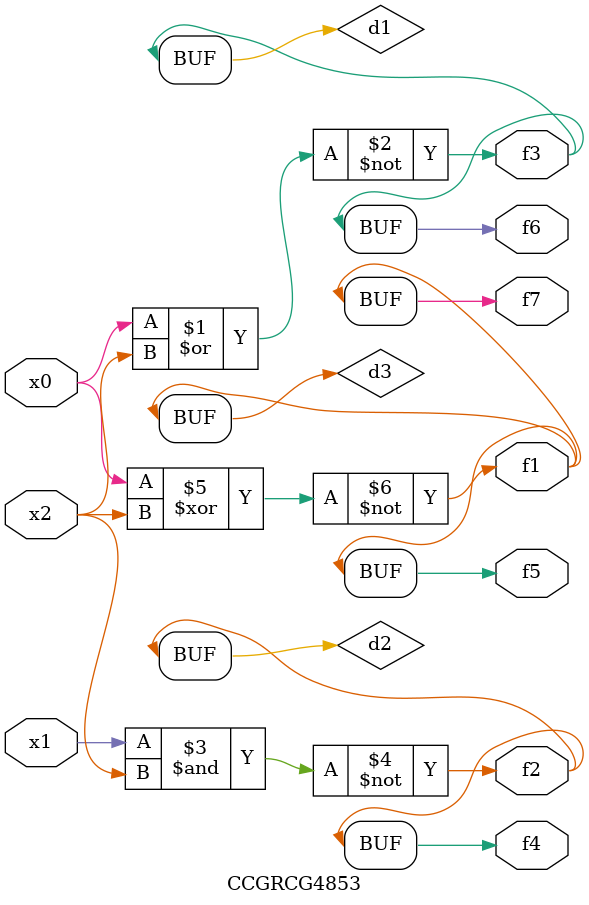
<source format=v>
module CCGRCG4853(
	input x0, x1, x2,
	output f1, f2, f3, f4, f5, f6, f7
);

	wire d1, d2, d3;

	nor (d1, x0, x2);
	nand (d2, x1, x2);
	xnor (d3, x0, x2);
	assign f1 = d3;
	assign f2 = d2;
	assign f3 = d1;
	assign f4 = d2;
	assign f5 = d3;
	assign f6 = d1;
	assign f7 = d3;
endmodule

</source>
